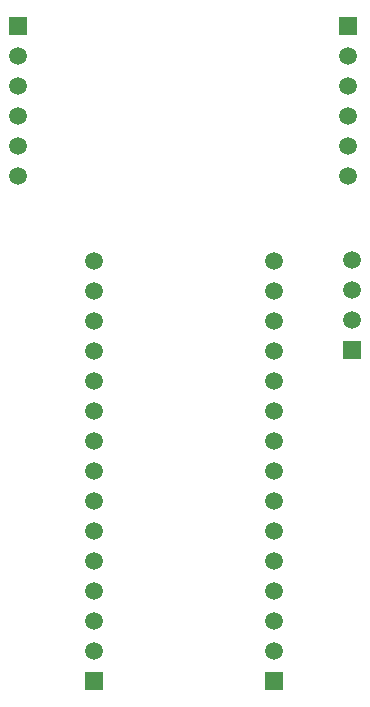
<source format=gtl>
G04*
G04 #@! TF.GenerationSoftware,Altium Limited,Altium Designer,20.0.13 (296)*
G04*
G04 Layer_Physical_Order=1*
G04 Layer_Color=255*
%FSLAX25Y25*%
%MOIN*%
G70*
G01*
G75*
%ADD10R,0.05906X0.05906*%
%ADD11C,0.05906*%
D10*
X133000Y-15500D02*
D03*
X23000D02*
D03*
X134500Y-123500D02*
D03*
X108500Y-234000D02*
D03*
X48500D02*
D03*
D11*
X133000Y-25500D02*
D03*
Y-35500D02*
D03*
Y-45500D02*
D03*
Y-55500D02*
D03*
Y-65500D02*
D03*
X23000Y-25500D02*
D03*
Y-35500D02*
D03*
Y-45500D02*
D03*
Y-55500D02*
D03*
Y-65500D02*
D03*
X134500Y-93500D02*
D03*
Y-103500D02*
D03*
Y-113500D02*
D03*
X108500Y-94000D02*
D03*
Y-104000D02*
D03*
Y-114000D02*
D03*
Y-124000D02*
D03*
Y-134000D02*
D03*
Y-144000D02*
D03*
Y-154000D02*
D03*
Y-164000D02*
D03*
Y-174000D02*
D03*
Y-184000D02*
D03*
Y-194000D02*
D03*
Y-204000D02*
D03*
Y-214000D02*
D03*
Y-224000D02*
D03*
X48500Y-94000D02*
D03*
Y-104000D02*
D03*
Y-114000D02*
D03*
Y-124000D02*
D03*
Y-134000D02*
D03*
Y-144000D02*
D03*
Y-154000D02*
D03*
Y-164000D02*
D03*
Y-174000D02*
D03*
Y-184000D02*
D03*
Y-194000D02*
D03*
Y-204000D02*
D03*
Y-214000D02*
D03*
Y-224000D02*
D03*
M02*

</source>
